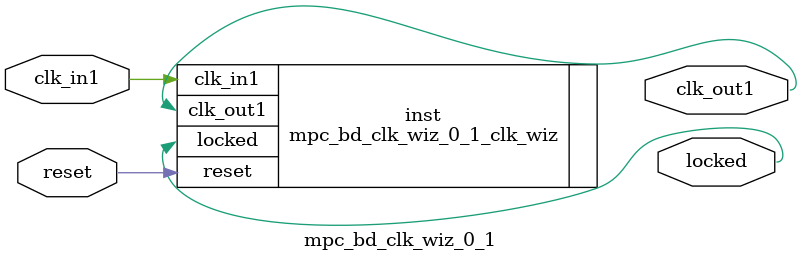
<source format=v>


`timescale 1ps/1ps

(* CORE_GENERATION_INFO = "mpc_bd_clk_wiz_0_1,clk_wiz_v6_0_1_0_0,{component_name=mpc_bd_clk_wiz_0_1,use_phase_alignment=true,use_min_o_jitter=false,use_max_i_jitter=false,use_dyn_phase_shift=false,use_inclk_switchover=false,use_dyn_reconfig=false,enable_axi=0,feedback_source=FDBK_AUTO,PRIMITIVE=MMCM,num_out_clk=1,clkin1_period=10.000,clkin2_period=10.000,use_power_down=false,use_reset=true,use_locked=true,use_inclk_stopped=false,feedback_type=SINGLE,CLOCK_MGR_TYPE=NA,manual_override=false}" *)

module mpc_bd_clk_wiz_0_1 
 (
  // Clock out ports
  output        clk_out1,
  // Status and control signals
  input         reset,
  output        locked,
 // Clock in ports
  input         clk_in1
 );

  mpc_bd_clk_wiz_0_1_clk_wiz inst
  (
  // Clock out ports  
  .clk_out1(clk_out1),
  // Status and control signals               
  .reset(reset), 
  .locked(locked),
 // Clock in ports
  .clk_in1(clk_in1)
  );

endmodule

</source>
